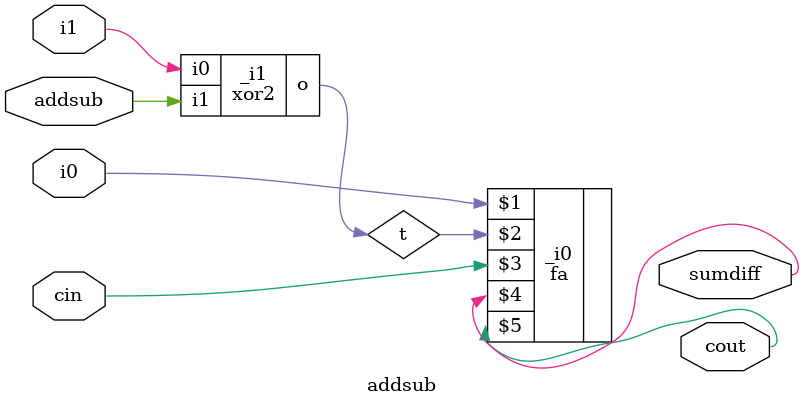
<source format=v>
module invert (input wire i, output wire o);
   assign o = !i;
endmodule

module and2 (input wire i0, i1, output wire o);
  assign o = i0 & i1;
endmodule

module or2 (input wire i0, i1, output wire o);
  assign o = i0 | i1;
endmodule

module xor2 (input wire i0, i1, output wire o);
  assign o = i0 ^ i1;
endmodule

module nand2 (input wire i0, i1, output wire o);
   wire t;
   and2 and2_0 (i0, i1, t);
   invert invert_0 (t, o);
endmodule

module nor2 (input wire i0, i1, output wire o);
   wire t;
   or2 or2_0 (i0, i1, t);
   invert invert_0 (t, o);
endmodule

module xnor2 (input wire i0, i1, output wire o);
   wire t;
   xor2 xor2_0 (i0, i1, t);
   invert invert_0 (t, o);
endmodule

module and3 (input wire i0, i1, i2, output wire o);
   wire t;
   and2 and2_0 (i0, i1, t);
   and2 and2_1 (i2, t, o);
endmodule

module or3 (input wire i0, i1, i2, output wire o);
   wire t;
   or2 or2_0 (i0, i1, t);
   or2 or2_1 (i2, t, o);
endmodule

module nor3 (input wire i0, i1, i2, output wire o);
   wire t;
   or2 or2_0 (i0, i1, t);
   nor2 nor2_0 (i2, t, o);
endmodule

module nand3 (input wire i0, i1, i2, output wire o);
   wire t;
   and2 and2_0 (i0, i1, t);
   nand2 nand2_1 (i2, t, o);
endmodule

module xor3 (input wire i0, i1, i2, output wire o);
   wire t;
   xor2 xor2_0 (i0, i1, t);
   xor2 xor2_1 (i2, t, o);
endmodule

module xnor3 (input wire i0, i1, i2, output wire o);
   wire t;
   xor2 xor2_0 (i0, i1, t);
   xnor2 xnor2_0 (i2, t, o);
endmodule

module mux2 (input wire i0, i1, j, output wire o);
  assign o = (j==0)?i0:i1;
endmodule

module mux4 (input wire [0:3] i, input wire j1, j0, output wire o);
  wire  t0, t1;
  mux2 mux2_0 (i[0], i[1], j1, t0);
  mux2 mux2_1 (i[2], i[3], j1, t1);
  mux2 mux2_2 (t0, t1, j0, o);
endmodule

module mux8 (input wire [0:7] i, input wire j2, j1, j0, output wire o);
  wire  t0, t1;
  mux4 mux4_0 (i[0:3], j2, j1, t0);
  mux4 mux4_1 (i[4:7], j2, j1, t1);
  mux2 mux2_0 (t0, t1, j0, o);
endmodule

module demux2 (input wire i, j, output wire o0, o1);
  assign o0 = (j==0)?i:1'b0;
  assign o1 = (j==1)?i:1'b0;
endmodule

module demux4 (input wire i, j1, j0, output wire [0:3] o);
  wire  t0, t1;
  demux2 demux2_0 (i, j1, t0, t1);
  demux2 demux2_1 (t0, j0, o[0], o[1]);
  demux2 demux2_2 (t1, j0, o[2], o[3]);
endmodule

module demux8 (input wire i, j2, j1, j0, output wire [0:7] o);
  wire  t0, t1;
  demux2 demux2_0 (i, j2, t0, t1);
  demux4 demux4_0 (t0, j1, j0, o[0:3]);
  demux4 demux4_1 (t1, j1, j0, o[4:7]);
endmodule

module df (input wire clk, in, output wire out);
  reg df_out;
  always@(posedge clk) df_out <= in;
  assign out = df_out;
endmodule

module dfr (input wire clk, reset, in, output wire out);
  wire reset_, df_in;
  invert invert_0 (reset, reset_);
  and2 and2_0 (in, reset_, df_in);
  df df_0 (clk, df_in, out);
endmodule

module dfrl (input wire clk, reset, load, in, output wire out);
  wire _in;
  mux2 mux2_0(out, in, load, _in);
  dfr dfr_1(clk, reset, _in, out);
endmodule

module dfs (input wire clk, set, in, output wire out);
  wire dfr_in,dfr_out;
  invert invert_0(in, dfr_in);
  invert invert_1(dfr_out, out);
  dfr dfr_2(clk, set, dfr_in, dfr_out);
endmodule

module dfsl (input wire clk, set, load, in, output wire out);
  wire _in;
  mux2 mux2_0(out, in, load, _in);
  dfs dfs_1(clk, set, _in, out);
endmodule

// module fa (input wire i0, i1, cin, output wire sum, cout);
//    wire t0, t1, t2;
//    xor3 _i0 (i0, i1, cin, sum);
//    and2 _i1 (i0, i1, t0);
//    and2 _i2 (i1, cin, t1);
//    and2 _i3 (cin, i0, t2);
//    or3 _i4 (t0, t1, t2, cout);
// endmodule

module addsub (input wire addsub, i0, i1, cin, output wire sumdiff, cout);
  wire t;
  fa _i0 (i0, t, cin, sumdiff, cout);
  xor2 _i1 (i1, addsub, t);
endmodule

</source>
